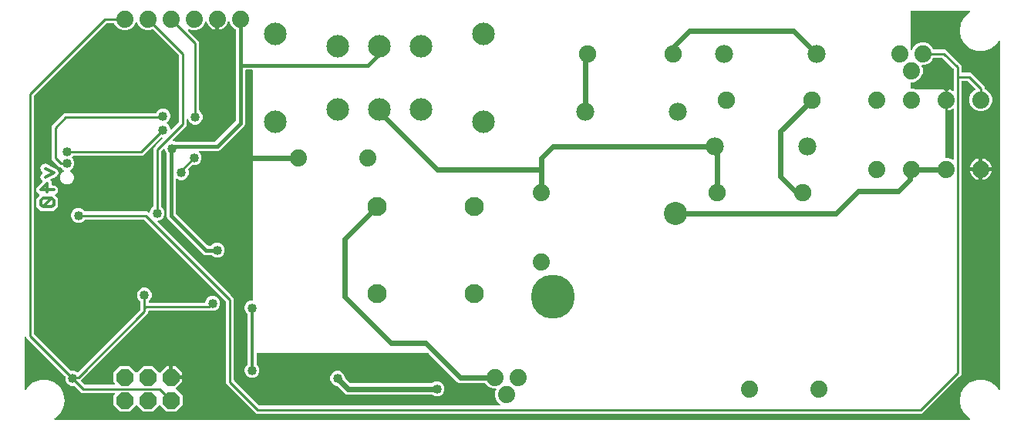
<source format=gbr>
G04 EAGLE Gerber RS-274X export*
G75*
%MOMM*%
%FSLAX34Y34*%
%LPD*%
%INBottom Copper*%
%IPPOS*%
%AMOC8*
5,1,8,0,0,1.08239X$1,22.5*%
G01*
%ADD10C,0.355600*%
%ADD11C,1.981200*%
%ADD12C,1.905000*%
%ADD13C,2.100000*%
%ADD14C,4.826000*%
%ADD15C,2.540000*%
%ADD16C,1.879600*%
%ADD17P,2.034460X8X22.500000*%
%ADD18C,2.475000*%
%ADD19C,0.406400*%
%ADD20C,0.381000*%
%ADD21C,1.016000*%
%ADD22C,0.609600*%
%ADD23C,0.254000*%

G36*
X102909Y42459D02*
X102909Y42459D01*
X102936Y42471D01*
X102965Y42476D01*
X103066Y42529D01*
X103169Y42575D01*
X103191Y42594D01*
X103217Y42607D01*
X103299Y42685D01*
X103386Y42758D01*
X103402Y42783D01*
X103423Y42803D01*
X103481Y42901D01*
X103543Y42995D01*
X103552Y43023D01*
X103567Y43048D01*
X103595Y43158D01*
X103629Y43266D01*
X103630Y43296D01*
X103637Y43324D01*
X103634Y43437D01*
X103636Y43550D01*
X103629Y43579D01*
X103628Y43608D01*
X103593Y43716D01*
X103565Y43825D01*
X103550Y43851D01*
X103541Y43879D01*
X103495Y43943D01*
X103419Y44070D01*
X103374Y44113D01*
X103346Y44152D01*
X101853Y45644D01*
X101853Y55956D01*
X109144Y63247D01*
X119456Y63247D01*
X126282Y56420D01*
X126329Y56385D01*
X126369Y56343D01*
X126442Y56300D01*
X126509Y56249D01*
X126564Y56229D01*
X126614Y56199D01*
X126696Y56178D01*
X126775Y56148D01*
X126833Y56143D01*
X126890Y56129D01*
X126974Y56132D01*
X127058Y56125D01*
X127116Y56136D01*
X127174Y56138D01*
X127254Y56164D01*
X127337Y56180D01*
X127389Y56207D01*
X127445Y56225D01*
X127501Y56265D01*
X127589Y56311D01*
X127662Y56380D01*
X127718Y56420D01*
X134544Y63247D01*
X144856Y63247D01*
X152041Y56061D01*
X152088Y56026D01*
X152128Y55983D01*
X152201Y55941D01*
X152268Y55890D01*
X152323Y55869D01*
X152374Y55840D01*
X152455Y55819D01*
X152534Y55789D01*
X152593Y55784D01*
X152649Y55770D01*
X152733Y55772D01*
X152817Y55765D01*
X152875Y55777D01*
X152933Y55779D01*
X153013Y55805D01*
X153096Y55821D01*
X153148Y55848D01*
X153204Y55866D01*
X153260Y55906D01*
X153349Y55952D01*
X153421Y56021D01*
X153477Y56061D01*
X160155Y62739D01*
X163069Y62739D01*
X163069Y51816D01*
X163077Y51758D01*
X163075Y51700D01*
X163097Y51618D01*
X163109Y51535D01*
X163133Y51481D01*
X163147Y51425D01*
X163190Y51352D01*
X163225Y51275D01*
X163263Y51231D01*
X163293Y51180D01*
X163354Y51123D01*
X163409Y51058D01*
X163457Y51026D01*
X163500Y50986D01*
X163575Y50947D01*
X163645Y50901D01*
X163701Y50883D01*
X163753Y50856D01*
X163821Y50845D01*
X163916Y50815D01*
X164016Y50812D01*
X164084Y50801D01*
X165101Y50801D01*
X165101Y49784D01*
X165109Y49726D01*
X165108Y49668D01*
X165129Y49586D01*
X165141Y49503D01*
X165165Y49449D01*
X165179Y49393D01*
X165222Y49320D01*
X165257Y49243D01*
X165295Y49198D01*
X165325Y49148D01*
X165386Y49090D01*
X165441Y49026D01*
X165489Y48994D01*
X165532Y48954D01*
X165607Y48915D01*
X165677Y48869D01*
X165733Y48851D01*
X165785Y48824D01*
X165853Y48813D01*
X165948Y48783D01*
X166048Y48780D01*
X166116Y48769D01*
X177039Y48769D01*
X177039Y45855D01*
X170361Y39177D01*
X170326Y39130D01*
X170283Y39090D01*
X170241Y39017D01*
X170190Y38950D01*
X170169Y38895D01*
X170140Y38845D01*
X170119Y38763D01*
X170089Y38684D01*
X170084Y38626D01*
X170070Y38569D01*
X170072Y38485D01*
X170065Y38401D01*
X170077Y38344D01*
X170079Y38285D01*
X170105Y38205D01*
X170121Y38122D01*
X170148Y38070D01*
X170166Y38015D01*
X170206Y37958D01*
X170252Y37870D01*
X170321Y37798D01*
X170361Y37741D01*
X177547Y30556D01*
X177547Y20244D01*
X170256Y12953D01*
X159944Y12953D01*
X153118Y19780D01*
X153071Y19815D01*
X153031Y19857D01*
X152958Y19900D01*
X152891Y19951D01*
X152836Y19971D01*
X152786Y20001D01*
X152704Y20022D01*
X152625Y20052D01*
X152567Y20057D01*
X152510Y20071D01*
X152426Y20068D01*
X152342Y20075D01*
X152284Y20064D01*
X152226Y20062D01*
X152146Y20036D01*
X152063Y20020D01*
X152011Y19993D01*
X151955Y19975D01*
X151899Y19935D01*
X151811Y19889D01*
X151738Y19820D01*
X151682Y19780D01*
X144856Y12953D01*
X134544Y12953D01*
X127718Y19780D01*
X127671Y19815D01*
X127631Y19857D01*
X127558Y19900D01*
X127491Y19951D01*
X127436Y19971D01*
X127386Y20001D01*
X127304Y20022D01*
X127225Y20052D01*
X127167Y20057D01*
X127110Y20071D01*
X127026Y20068D01*
X126942Y20075D01*
X126884Y20064D01*
X126826Y20062D01*
X126746Y20036D01*
X126663Y20020D01*
X126611Y19993D01*
X126555Y19975D01*
X126499Y19935D01*
X126411Y19889D01*
X126338Y19820D01*
X126282Y19780D01*
X119456Y12953D01*
X109144Y12953D01*
X101853Y20244D01*
X101853Y30556D01*
X103346Y32048D01*
X103363Y32072D01*
X103386Y32091D01*
X103449Y32185D01*
X103517Y32275D01*
X103527Y32303D01*
X103543Y32327D01*
X103578Y32435D01*
X103618Y32541D01*
X103620Y32570D01*
X103629Y32598D01*
X103632Y32712D01*
X103641Y32824D01*
X103636Y32853D01*
X103636Y32882D01*
X103608Y32992D01*
X103586Y33103D01*
X103572Y33129D01*
X103565Y33157D01*
X103507Y33255D01*
X103455Y33355D01*
X103434Y33377D01*
X103419Y33402D01*
X103337Y33479D01*
X103259Y33561D01*
X103233Y33576D01*
X103212Y33596D01*
X103111Y33648D01*
X103014Y33705D01*
X102985Y33712D01*
X102959Y33726D01*
X102882Y33739D01*
X102738Y33775D01*
X102676Y33773D01*
X102628Y33781D01*
X66791Y33781D01*
X59469Y41104D01*
X59399Y41156D01*
X59335Y41216D01*
X59286Y41242D01*
X59241Y41275D01*
X59160Y41306D01*
X59082Y41346D01*
X59034Y41354D01*
X58976Y41376D01*
X58828Y41388D01*
X58751Y41401D01*
X55533Y41401D01*
X52545Y42639D01*
X50259Y44925D01*
X49021Y47913D01*
X49021Y51131D01*
X49009Y51217D01*
X49006Y51305D01*
X48989Y51357D01*
X48981Y51412D01*
X48946Y51492D01*
X48919Y51575D01*
X48891Y51614D01*
X48865Y51671D01*
X48769Y51785D01*
X48724Y51848D01*
X5798Y94775D01*
X5774Y94792D01*
X5755Y94815D01*
X5661Y94877D01*
X5571Y94945D01*
X5543Y94956D01*
X5519Y94972D01*
X5411Y95006D01*
X5305Y95047D01*
X5276Y95049D01*
X5248Y95058D01*
X5134Y95061D01*
X5022Y95070D01*
X4993Y95064D01*
X4964Y95065D01*
X4854Y95037D01*
X4743Y95014D01*
X4717Y95001D01*
X4689Y94993D01*
X4591Y94936D01*
X4491Y94883D01*
X4469Y94863D01*
X4444Y94848D01*
X4367Y94766D01*
X4285Y94688D01*
X4270Y94662D01*
X4250Y94641D01*
X4198Y94540D01*
X4141Y94442D01*
X4134Y94414D01*
X4120Y94388D01*
X4107Y94310D01*
X4071Y94167D01*
X4073Y94104D01*
X4065Y94057D01*
X4065Y37449D01*
X4067Y37429D01*
X4065Y37410D01*
X4087Y37289D01*
X4105Y37167D01*
X4113Y37149D01*
X4116Y37130D01*
X4171Y37020D01*
X4221Y36908D01*
X4233Y36893D01*
X4242Y36875D01*
X4325Y36784D01*
X4404Y36691D01*
X4421Y36680D01*
X4434Y36665D01*
X4539Y36601D01*
X4641Y36533D01*
X4660Y36527D01*
X4676Y36517D01*
X4795Y36484D01*
X4912Y36447D01*
X4932Y36447D01*
X4951Y36442D01*
X5073Y36443D01*
X5196Y36440D01*
X5215Y36445D01*
X5235Y36445D01*
X5353Y36481D01*
X5471Y36512D01*
X5488Y36522D01*
X5507Y36528D01*
X5610Y36594D01*
X5716Y36657D01*
X5729Y36671D01*
X5746Y36682D01*
X5792Y36739D01*
X5910Y36864D01*
X5934Y36910D01*
X5959Y36941D01*
X7815Y40156D01*
X13922Y45280D01*
X21414Y48007D01*
X29386Y48007D01*
X36878Y45280D01*
X42985Y40156D01*
X46971Y33251D01*
X48355Y25400D01*
X46971Y17549D01*
X42985Y10645D01*
X37280Y5858D01*
X37231Y5803D01*
X37175Y5755D01*
X37136Y5698D01*
X37090Y5646D01*
X37058Y5580D01*
X37017Y5519D01*
X36996Y5453D01*
X36966Y5390D01*
X36954Y5318D01*
X36932Y5248D01*
X36930Y5179D01*
X36918Y5110D01*
X36926Y5037D01*
X36924Y4964D01*
X36942Y4897D01*
X36949Y4828D01*
X36977Y4760D01*
X36996Y4689D01*
X37031Y4629D01*
X37058Y4565D01*
X37104Y4507D01*
X37141Y4444D01*
X37192Y4397D01*
X37235Y4343D01*
X37295Y4300D01*
X37349Y4250D01*
X37410Y4218D01*
X37467Y4178D01*
X37536Y4154D01*
X37602Y4120D01*
X37660Y4110D01*
X37735Y4084D01*
X37857Y4077D01*
X37933Y4065D01*
X1041567Y4065D01*
X1041640Y4075D01*
X1041714Y4075D01*
X1041780Y4095D01*
X1041849Y4105D01*
X1041916Y4135D01*
X1041986Y4155D01*
X1042045Y4192D01*
X1042108Y4221D01*
X1042164Y4268D01*
X1042226Y4308D01*
X1042272Y4360D01*
X1042325Y4404D01*
X1042366Y4466D01*
X1042415Y4521D01*
X1042444Y4583D01*
X1042483Y4641D01*
X1042505Y4711D01*
X1042536Y4778D01*
X1042548Y4846D01*
X1042568Y4912D01*
X1042570Y4986D01*
X1042582Y5058D01*
X1042574Y5127D01*
X1042576Y5196D01*
X1042557Y5267D01*
X1042548Y5341D01*
X1042521Y5404D01*
X1042504Y5471D01*
X1042466Y5535D01*
X1042438Y5602D01*
X1042399Y5647D01*
X1042359Y5716D01*
X1042269Y5800D01*
X1042220Y5858D01*
X1036515Y10644D01*
X1032529Y17549D01*
X1031145Y25400D01*
X1032529Y33251D01*
X1036515Y40155D01*
X1042622Y45280D01*
X1050114Y48007D01*
X1058086Y48007D01*
X1065578Y45280D01*
X1071685Y40156D01*
X1073541Y36941D01*
X1073553Y36926D01*
X1073561Y36908D01*
X1073640Y36814D01*
X1073716Y36717D01*
X1073732Y36706D01*
X1073745Y36691D01*
X1073847Y36623D01*
X1073946Y36551D01*
X1073965Y36544D01*
X1073981Y36533D01*
X1074098Y36496D01*
X1074214Y36454D01*
X1074234Y36453D01*
X1074252Y36447D01*
X1074375Y36444D01*
X1074498Y36436D01*
X1074517Y36441D01*
X1074536Y36440D01*
X1074655Y36471D01*
X1074775Y36498D01*
X1074793Y36507D01*
X1074811Y36512D01*
X1074917Y36574D01*
X1075025Y36633D01*
X1075039Y36647D01*
X1075056Y36657D01*
X1075140Y36747D01*
X1075227Y36833D01*
X1075237Y36850D01*
X1075250Y36864D01*
X1075306Y36974D01*
X1075366Y37081D01*
X1075371Y37100D01*
X1075380Y37118D01*
X1075392Y37190D01*
X1075431Y37358D01*
X1075429Y37409D01*
X1075435Y37449D01*
X1075435Y419751D01*
X1075433Y419771D01*
X1075435Y419790D01*
X1075413Y419911D01*
X1075395Y420033D01*
X1075387Y420051D01*
X1075384Y420070D01*
X1075329Y420180D01*
X1075279Y420292D01*
X1075267Y420307D01*
X1075258Y420325D01*
X1075175Y420416D01*
X1075096Y420509D01*
X1075079Y420520D01*
X1075066Y420535D01*
X1074961Y420599D01*
X1074859Y420667D01*
X1074840Y420673D01*
X1074824Y420683D01*
X1074705Y420716D01*
X1074588Y420753D01*
X1074568Y420753D01*
X1074549Y420758D01*
X1074427Y420757D01*
X1074304Y420760D01*
X1074285Y420755D01*
X1074265Y420755D01*
X1074147Y420719D01*
X1074029Y420688D01*
X1074012Y420678D01*
X1073993Y420672D01*
X1073890Y420606D01*
X1073784Y420543D01*
X1073771Y420529D01*
X1073754Y420518D01*
X1073708Y420461D01*
X1073590Y420336D01*
X1073566Y420290D01*
X1073541Y420259D01*
X1071685Y417044D01*
X1065578Y411920D01*
X1058086Y409193D01*
X1050114Y409193D01*
X1042622Y411920D01*
X1036515Y417044D01*
X1032529Y423949D01*
X1031145Y431800D01*
X1032529Y439651D01*
X1036515Y446555D01*
X1042220Y451342D01*
X1042269Y451397D01*
X1042325Y451445D01*
X1042364Y451502D01*
X1042410Y451554D01*
X1042442Y451620D01*
X1042483Y451681D01*
X1042504Y451747D01*
X1042534Y451810D01*
X1042546Y451882D01*
X1042568Y451952D01*
X1042570Y452021D01*
X1042582Y452090D01*
X1042574Y452163D01*
X1042576Y452236D01*
X1042558Y452303D01*
X1042551Y452372D01*
X1042523Y452440D01*
X1042504Y452511D01*
X1042469Y452571D01*
X1042442Y452635D01*
X1042396Y452693D01*
X1042359Y452756D01*
X1042308Y452803D01*
X1042265Y452857D01*
X1042205Y452900D01*
X1042151Y452950D01*
X1042090Y452982D01*
X1042033Y453022D01*
X1041964Y453046D01*
X1041898Y453080D01*
X1041840Y453090D01*
X1041765Y453116D01*
X1041643Y453123D01*
X1041567Y453135D01*
X977900Y453135D01*
X977842Y453127D01*
X977784Y453129D01*
X977702Y453107D01*
X977619Y453095D01*
X977565Y453072D01*
X977509Y453057D01*
X977436Y453014D01*
X977359Y452979D01*
X977314Y452941D01*
X977264Y452912D01*
X977206Y452850D01*
X977142Y452796D01*
X977110Y452747D01*
X977070Y452704D01*
X977031Y452629D01*
X976985Y452559D01*
X976967Y452503D01*
X976940Y452451D01*
X976929Y452383D01*
X976899Y452288D01*
X976896Y452188D01*
X976885Y452120D01*
X976885Y410917D01*
X976897Y410832D01*
X976899Y410746D01*
X976917Y410692D01*
X976925Y410636D01*
X976960Y410557D01*
X976986Y410476D01*
X977018Y410428D01*
X977041Y410376D01*
X977096Y410311D01*
X977144Y410239D01*
X977188Y410203D01*
X977225Y410159D01*
X977296Y410112D01*
X977362Y410056D01*
X977414Y410033D01*
X977461Y410002D01*
X977543Y409976D01*
X977622Y409941D01*
X977678Y409933D01*
X977732Y409916D01*
X977818Y409914D01*
X977903Y409902D01*
X977959Y409910D01*
X978016Y409909D01*
X978099Y409930D01*
X978185Y409943D01*
X978236Y409966D01*
X978291Y409981D01*
X978365Y410024D01*
X978444Y410060D01*
X978487Y410097D01*
X978536Y410126D01*
X978595Y410188D01*
X978660Y410244D01*
X978686Y410286D01*
X978730Y410333D01*
X978796Y410462D01*
X978838Y410529D01*
X980048Y413451D01*
X983549Y416952D01*
X988124Y418847D01*
X993076Y418847D01*
X997651Y416952D01*
X1001152Y413451D01*
X1002024Y411345D01*
X1002025Y411344D01*
X1002025Y411343D01*
X1002095Y411224D01*
X1002168Y411101D01*
X1002169Y411100D01*
X1002170Y411098D01*
X1002274Y411001D01*
X1002375Y410905D01*
X1002376Y410905D01*
X1002378Y410904D01*
X1002503Y410839D01*
X1002628Y410775D01*
X1002629Y410775D01*
X1002631Y410774D01*
X1002646Y410772D01*
X1002907Y410720D01*
X1002937Y410723D01*
X1002962Y410719D01*
X1015389Y410719D01*
X1018216Y407892D01*
X1030192Y395916D01*
X1033019Y393089D01*
X1033019Y386334D01*
X1033027Y386276D01*
X1033025Y386218D01*
X1033047Y386136D01*
X1033059Y386052D01*
X1033082Y385999D01*
X1033097Y385943D01*
X1033140Y385870D01*
X1033175Y385793D01*
X1033213Y385748D01*
X1033242Y385698D01*
X1033304Y385640D01*
X1033358Y385576D01*
X1033407Y385544D01*
X1033450Y385504D01*
X1033525Y385465D01*
X1033595Y385418D01*
X1033651Y385401D01*
X1033703Y385374D01*
X1033771Y385363D01*
X1033866Y385333D01*
X1033966Y385330D01*
X1034034Y385319D01*
X1043189Y385319D01*
X1058419Y370089D01*
X1058419Y367962D01*
X1058419Y367960D01*
X1058419Y367959D01*
X1058439Y367819D01*
X1058459Y367680D01*
X1058459Y367679D01*
X1058459Y367677D01*
X1058516Y367551D01*
X1058575Y367421D01*
X1058576Y367420D01*
X1058577Y367418D01*
X1058668Y367311D01*
X1058758Y367204D01*
X1058760Y367203D01*
X1058761Y367202D01*
X1058774Y367194D01*
X1058995Y367046D01*
X1059024Y367037D01*
X1059045Y367024D01*
X1061151Y366152D01*
X1064652Y362651D01*
X1066547Y358076D01*
X1066547Y353124D01*
X1064652Y348549D01*
X1061151Y345048D01*
X1056576Y343153D01*
X1051624Y343153D01*
X1047049Y345048D01*
X1043548Y348549D01*
X1041653Y353124D01*
X1041653Y358076D01*
X1043548Y362651D01*
X1047049Y366152D01*
X1047831Y366476D01*
X1047930Y366534D01*
X1048032Y366587D01*
X1048052Y366606D01*
X1048076Y366620D01*
X1048155Y366704D01*
X1048238Y366783D01*
X1048252Y366807D01*
X1048271Y366827D01*
X1048324Y366929D01*
X1048382Y367028D01*
X1048389Y367055D01*
X1048402Y367080D01*
X1048424Y367192D01*
X1048452Y367304D01*
X1048451Y367331D01*
X1048457Y367359D01*
X1048447Y367473D01*
X1048443Y367588D01*
X1048435Y367614D01*
X1048432Y367642D01*
X1048391Y367749D01*
X1048356Y367858D01*
X1048341Y367879D01*
X1048330Y367907D01*
X1048169Y368119D01*
X1048161Y368132D01*
X1039908Y376384D01*
X1039839Y376436D01*
X1039775Y376496D01*
X1039725Y376522D01*
X1039681Y376555D01*
X1039600Y376586D01*
X1039522Y376626D01*
X1039474Y376634D01*
X1039416Y376656D01*
X1039268Y376668D01*
X1039191Y376681D01*
X1034034Y376681D01*
X1033976Y376673D01*
X1033918Y376675D01*
X1033836Y376653D01*
X1033752Y376641D01*
X1033699Y376618D01*
X1033643Y376603D01*
X1033570Y376560D01*
X1033493Y376525D01*
X1033448Y376487D01*
X1033398Y376458D01*
X1033340Y376396D01*
X1033276Y376342D01*
X1033244Y376293D01*
X1033204Y376250D01*
X1033165Y376175D01*
X1033118Y376105D01*
X1033101Y376049D01*
X1033074Y375997D01*
X1033063Y375929D01*
X1033033Y375834D01*
X1033030Y375734D01*
X1033019Y375666D01*
X1033019Y54091D01*
X1030192Y51264D01*
X992676Y13748D01*
X989849Y10921D01*
X258561Y10921D01*
X254718Y14764D01*
X228378Y41104D01*
X225551Y43931D01*
X225551Y133681D01*
X225539Y133767D01*
X225536Y133855D01*
X225519Y133907D01*
X225511Y133962D01*
X225476Y134042D01*
X225449Y134125D01*
X225421Y134164D01*
X225395Y134221D01*
X225299Y134335D01*
X225254Y134398D01*
X135668Y223984D01*
X135599Y224036D01*
X135535Y224096D01*
X135485Y224122D01*
X135441Y224155D01*
X135360Y224186D01*
X135282Y224226D01*
X135234Y224234D01*
X135176Y224256D01*
X135028Y224268D01*
X134951Y224281D01*
X71098Y224281D01*
X71011Y224269D01*
X70924Y224266D01*
X70871Y224249D01*
X70816Y224241D01*
X70736Y224206D01*
X70653Y224179D01*
X70614Y224151D01*
X70557Y224125D01*
X70443Y224029D01*
X70380Y223984D01*
X68105Y221709D01*
X65117Y220471D01*
X61883Y220471D01*
X58895Y221709D01*
X56609Y223995D01*
X55371Y226983D01*
X55371Y230217D01*
X56609Y233205D01*
X58895Y235491D01*
X61883Y236729D01*
X65117Y236729D01*
X68105Y235491D01*
X70380Y233216D01*
X70449Y233164D01*
X70513Y233104D01*
X70563Y233078D01*
X70607Y233045D01*
X70689Y233014D01*
X70767Y232974D01*
X70814Y232966D01*
X70873Y232944D01*
X71020Y232932D01*
X71098Y232919D01*
X138949Y232919D01*
X139998Y231869D01*
X140022Y231852D01*
X140041Y231829D01*
X140135Y231767D01*
X140225Y231699D01*
X140253Y231688D01*
X140277Y231672D01*
X140385Y231638D01*
X140491Y231597D01*
X140520Y231595D01*
X140548Y231586D01*
X140662Y231583D01*
X140774Y231574D01*
X140803Y231580D01*
X140832Y231579D01*
X140942Y231607D01*
X141053Y231630D01*
X141079Y231643D01*
X141107Y231651D01*
X141205Y231708D01*
X141305Y231761D01*
X141327Y231781D01*
X141352Y231796D01*
X141429Y231878D01*
X141511Y231956D01*
X141526Y231982D01*
X141546Y232003D01*
X141598Y232104D01*
X141655Y232202D01*
X141662Y232230D01*
X141676Y232256D01*
X141689Y232334D01*
X141725Y232477D01*
X141723Y232540D01*
X141731Y232587D01*
X141731Y232757D01*
X142969Y235745D01*
X145244Y238020D01*
X145296Y238089D01*
X145356Y238153D01*
X145382Y238203D01*
X145415Y238247D01*
X145446Y238329D01*
X145486Y238407D01*
X145494Y238454D01*
X145516Y238513D01*
X145528Y238660D01*
X145541Y238738D01*
X145541Y302779D01*
X148368Y305606D01*
X155481Y312718D01*
X155498Y312742D01*
X155521Y312761D01*
X155583Y312855D01*
X155651Y312945D01*
X155662Y312973D01*
X155678Y312997D01*
X155712Y313105D01*
X155753Y313211D01*
X155755Y313240D01*
X155764Y313268D01*
X155767Y313382D01*
X155776Y313494D01*
X155770Y313523D01*
X155771Y313552D01*
X155743Y313662D01*
X155720Y313773D01*
X155707Y313799D01*
X155699Y313827D01*
X155642Y313925D01*
X155589Y314025D01*
X155569Y314047D01*
X155554Y314072D01*
X155472Y314149D01*
X155394Y314231D01*
X155368Y314246D01*
X155347Y314266D01*
X155246Y314318D01*
X155148Y314375D01*
X155120Y314382D01*
X155094Y314396D01*
X155016Y314409D01*
X154873Y314445D01*
X154810Y314443D01*
X154763Y314451D01*
X154609Y314451D01*
X154523Y314439D01*
X154435Y314436D01*
X154383Y314419D01*
X154328Y314411D01*
X154248Y314376D01*
X154165Y314349D01*
X154126Y314321D01*
X154069Y314295D01*
X153955Y314199D01*
X153892Y314154D01*
X133869Y294131D01*
X58398Y294131D01*
X58311Y294119D01*
X58224Y294116D01*
X58171Y294099D01*
X58116Y294091D01*
X58036Y294056D01*
X57953Y294029D01*
X57914Y294001D01*
X57857Y293975D01*
X57744Y293879D01*
X57680Y293834D01*
X56664Y292818D01*
X56629Y292771D01*
X56586Y292731D01*
X56543Y292658D01*
X56493Y292591D01*
X56472Y292536D01*
X56442Y292486D01*
X56422Y292404D01*
X56392Y292325D01*
X56387Y292267D01*
X56372Y292210D01*
X56375Y292126D01*
X56368Y292042D01*
X56379Y291984D01*
X56381Y291926D01*
X56407Y291846D01*
X56424Y291763D01*
X56451Y291711D01*
X56469Y291655D01*
X56509Y291599D01*
X56555Y291511D01*
X56624Y291438D01*
X56664Y291382D01*
X57691Y290355D01*
X58929Y287367D01*
X58929Y284133D01*
X57691Y281145D01*
X55405Y278859D01*
X54657Y278549D01*
X54632Y278534D01*
X54604Y278525D01*
X54510Y278462D01*
X54412Y278405D01*
X54392Y278383D01*
X54367Y278367D01*
X54295Y278280D01*
X54217Y278198D01*
X54203Y278172D01*
X54184Y278149D01*
X54139Y278046D01*
X54087Y277945D01*
X54081Y277916D01*
X54069Y277890D01*
X54054Y277777D01*
X54032Y277666D01*
X54034Y277637D01*
X54030Y277608D01*
X54046Y277496D01*
X54056Y277383D01*
X54067Y277356D01*
X54071Y277327D01*
X54117Y277224D01*
X54158Y277118D01*
X54176Y277094D01*
X54188Y277068D01*
X54261Y276981D01*
X54330Y276891D01*
X54353Y276873D01*
X54372Y276851D01*
X54439Y276810D01*
X54557Y276721D01*
X54616Y276699D01*
X54657Y276673D01*
X55076Y276499D01*
X57199Y274376D01*
X58349Y271602D01*
X58349Y268598D01*
X57199Y265824D01*
X55076Y263701D01*
X52302Y262551D01*
X49298Y262551D01*
X46524Y263701D01*
X44401Y265824D01*
X43251Y268598D01*
X43251Y271602D01*
X44401Y274376D01*
X46524Y276499D01*
X46943Y276673D01*
X46968Y276688D01*
X46996Y276697D01*
X47090Y276760D01*
X47188Y276818D01*
X47208Y276839D01*
X47233Y276855D01*
X47305Y276942D01*
X47383Y277024D01*
X47397Y277050D01*
X47416Y277073D01*
X47462Y277176D01*
X47513Y277277D01*
X47519Y277306D01*
X47531Y277333D01*
X47546Y277445D01*
X47568Y277556D01*
X47566Y277585D01*
X47570Y277614D01*
X47554Y277726D01*
X47544Y277839D01*
X47533Y277867D01*
X47529Y277896D01*
X47483Y277999D01*
X47442Y278105D01*
X47424Y278128D01*
X47412Y278155D01*
X47339Y278241D01*
X47270Y278331D01*
X47247Y278349D01*
X47228Y278371D01*
X47161Y278413D01*
X47043Y278501D01*
X46984Y278523D01*
X46943Y278549D01*
X46195Y278859D01*
X43920Y281134D01*
X43851Y281186D01*
X43787Y281246D01*
X43737Y281272D01*
X43693Y281305D01*
X43611Y281336D01*
X43533Y281376D01*
X43486Y281384D01*
X43427Y281406D01*
X43280Y281418D01*
X43202Y281431D01*
X42661Y281431D01*
X33781Y290311D01*
X33781Y326909D01*
X47741Y340869D01*
X147996Y340869D01*
X147998Y340869D01*
X147999Y340869D01*
X148139Y340889D01*
X148277Y340909D01*
X148279Y340909D01*
X148280Y340909D01*
X148406Y340966D01*
X148537Y341025D01*
X148538Y341026D01*
X148540Y341027D01*
X148647Y341118D01*
X148754Y341208D01*
X148755Y341210D01*
X148756Y341211D01*
X148764Y341224D01*
X148911Y341445D01*
X148921Y341474D01*
X148934Y341495D01*
X149319Y342425D01*
X151605Y344711D01*
X154593Y345949D01*
X157827Y345949D01*
X160815Y344711D01*
X163101Y342425D01*
X164339Y339437D01*
X164339Y336203D01*
X163101Y333215D01*
X160804Y330918D01*
X160769Y330871D01*
X160726Y330831D01*
X160683Y330758D01*
X160633Y330691D01*
X160612Y330636D01*
X160582Y330586D01*
X160562Y330504D01*
X160532Y330425D01*
X160527Y330367D01*
X160512Y330310D01*
X160515Y330226D01*
X160508Y330142D01*
X160519Y330084D01*
X160521Y330026D01*
X160547Y329946D01*
X160564Y329863D01*
X160591Y329811D01*
X160609Y329755D01*
X160649Y329699D01*
X160695Y329611D01*
X160764Y329538D01*
X160804Y329482D01*
X163101Y327185D01*
X164339Y324197D01*
X164339Y324027D01*
X164343Y323998D01*
X164340Y323969D01*
X164363Y323858D01*
X164379Y323746D01*
X164391Y323719D01*
X164396Y323690D01*
X164448Y323590D01*
X164495Y323486D01*
X164514Y323464D01*
X164527Y323438D01*
X164605Y323356D01*
X164678Y323269D01*
X164703Y323253D01*
X164723Y323232D01*
X164821Y323175D01*
X164915Y323112D01*
X164943Y323103D01*
X164968Y323088D01*
X165078Y323060D01*
X165186Y323026D01*
X165216Y323025D01*
X165244Y323018D01*
X165357Y323022D01*
X165470Y323019D01*
X165499Y323026D01*
X165528Y323027D01*
X165636Y323062D01*
X165745Y323091D01*
X165771Y323106D01*
X165799Y323115D01*
X165862Y323160D01*
X165990Y323236D01*
X166033Y323282D01*
X166072Y323309D01*
X173184Y330422D01*
X173236Y330491D01*
X173296Y330555D01*
X173322Y330605D01*
X173355Y330649D01*
X173386Y330730D01*
X173426Y330808D01*
X173434Y330856D01*
X173456Y330914D01*
X173468Y331062D01*
X173481Y331139D01*
X173481Y404191D01*
X173469Y404277D01*
X173466Y404365D01*
X173449Y404417D01*
X173441Y404472D01*
X173406Y404552D01*
X173379Y404635D01*
X173351Y404674D01*
X173325Y404731D01*
X173229Y404845D01*
X173184Y404908D01*
X145387Y432705D01*
X145386Y432706D01*
X145385Y432707D01*
X145274Y432790D01*
X145160Y432876D01*
X145159Y432877D01*
X145157Y432878D01*
X145025Y432927D01*
X144894Y432977D01*
X144893Y432977D01*
X144891Y432978D01*
X144747Y432990D01*
X144611Y433001D01*
X144610Y433001D01*
X144608Y433001D01*
X144592Y432997D01*
X144332Y432945D01*
X144305Y432931D01*
X144281Y432925D01*
X142176Y432053D01*
X137224Y432053D01*
X132649Y433948D01*
X129148Y437449D01*
X127938Y440371D01*
X127923Y440396D01*
X127914Y440424D01*
X127851Y440519D01*
X127793Y440616D01*
X127772Y440636D01*
X127756Y440661D01*
X127669Y440733D01*
X127587Y440811D01*
X127561Y440825D01*
X127538Y440843D01*
X127435Y440889D01*
X127334Y440941D01*
X127305Y440947D01*
X127278Y440959D01*
X127166Y440975D01*
X127055Y440996D01*
X127026Y440994D01*
X126997Y440998D01*
X126885Y440982D01*
X126772Y440972D01*
X126745Y440961D01*
X126716Y440957D01*
X126612Y440911D01*
X126507Y440870D01*
X126483Y440852D01*
X126456Y440840D01*
X126370Y440767D01*
X126280Y440698D01*
X126262Y440675D01*
X126240Y440656D01*
X126198Y440589D01*
X126110Y440471D01*
X126088Y440412D01*
X126062Y440371D01*
X124852Y437449D01*
X121351Y433948D01*
X116776Y432053D01*
X111824Y432053D01*
X107249Y433948D01*
X103748Y437449D01*
X102876Y439555D01*
X102875Y439556D01*
X102875Y439557D01*
X102805Y439676D01*
X102732Y439799D01*
X102731Y439800D01*
X102730Y439802D01*
X102626Y439899D01*
X102525Y439995D01*
X102524Y439995D01*
X102522Y439996D01*
X102397Y440061D01*
X102272Y440125D01*
X102271Y440125D01*
X102269Y440126D01*
X102254Y440128D01*
X101993Y440180D01*
X101963Y440177D01*
X101938Y440181D01*
X94919Y440181D01*
X94833Y440169D01*
X94745Y440166D01*
X94693Y440149D01*
X94638Y440141D01*
X94558Y440106D01*
X94475Y440079D01*
X94436Y440051D01*
X94378Y440025D01*
X94265Y439929D01*
X94202Y439884D01*
X14776Y360458D01*
X14724Y360389D01*
X14664Y360325D01*
X14638Y360275D01*
X14605Y360231D01*
X14574Y360150D01*
X14534Y360072D01*
X14526Y360024D01*
X14504Y359966D01*
X14492Y359818D01*
X14479Y359741D01*
X14479Y98729D01*
X14491Y98643D01*
X14494Y98555D01*
X14511Y98503D01*
X14519Y98448D01*
X14554Y98368D01*
X14581Y98285D01*
X14609Y98246D01*
X14635Y98189D01*
X14731Y98075D01*
X14776Y98012D01*
X54832Y57956D01*
X54901Y57904D01*
X54965Y57844D01*
X55015Y57818D01*
X55059Y57785D01*
X55140Y57754D01*
X55218Y57714D01*
X55266Y57706D01*
X55324Y57684D01*
X55472Y57672D01*
X55549Y57659D01*
X58767Y57659D01*
X61813Y56397D01*
X61826Y56389D01*
X61893Y56339D01*
X61948Y56318D01*
X61998Y56288D01*
X62080Y56268D01*
X62159Y56238D01*
X62217Y56233D01*
X62274Y56218D01*
X62358Y56221D01*
X62442Y56214D01*
X62500Y56225D01*
X62558Y56227D01*
X62638Y56253D01*
X62721Y56270D01*
X62773Y56297D01*
X62829Y56315D01*
X62885Y56355D01*
X62973Y56401D01*
X63046Y56470D01*
X63102Y56510D01*
X131274Y124682D01*
X131326Y124751D01*
X131386Y124815D01*
X131412Y124865D01*
X131445Y124909D01*
X131476Y124990D01*
X131516Y125068D01*
X131524Y125116D01*
X131546Y125174D01*
X131558Y125322D01*
X131571Y125399D01*
X131571Y133372D01*
X131559Y133459D01*
X131556Y133546D01*
X131539Y133599D01*
X131531Y133654D01*
X131496Y133734D01*
X131469Y133817D01*
X131441Y133856D01*
X131415Y133913D01*
X131319Y134027D01*
X131274Y134090D01*
X128999Y136365D01*
X127761Y139353D01*
X127761Y142587D01*
X128999Y145575D01*
X131285Y147861D01*
X134273Y149099D01*
X137507Y149099D01*
X140495Y147861D01*
X142781Y145575D01*
X144019Y142587D01*
X144019Y139353D01*
X142781Y136365D01*
X140738Y134322D01*
X140720Y134298D01*
X140698Y134279D01*
X140635Y134185D01*
X140567Y134095D01*
X140556Y134067D01*
X140540Y134043D01*
X140506Y133935D01*
X140466Y133829D01*
X140463Y133800D01*
X140454Y133772D01*
X140451Y133658D01*
X140442Y133546D01*
X140448Y133517D01*
X140447Y133488D01*
X140476Y133378D01*
X140498Y133267D01*
X140511Y133241D01*
X140519Y133213D01*
X140577Y133115D01*
X140629Y133015D01*
X140649Y132993D01*
X140664Y132968D01*
X140747Y132891D01*
X140825Y132809D01*
X140850Y132794D01*
X140871Y132774D01*
X140972Y132722D01*
X141070Y132665D01*
X141098Y132658D01*
X141124Y132644D01*
X141202Y132631D01*
X141345Y132595D01*
X141408Y132597D01*
X141456Y132589D01*
X201676Y132589D01*
X201734Y132597D01*
X201792Y132595D01*
X201874Y132617D01*
X201958Y132629D01*
X202011Y132652D01*
X202067Y132667D01*
X202140Y132710D01*
X202217Y132745D01*
X202262Y132783D01*
X202312Y132812D01*
X202370Y132874D01*
X202434Y132928D01*
X202466Y132977D01*
X202506Y133020D01*
X202545Y133095D01*
X202592Y133165D01*
X202609Y133221D01*
X202636Y133273D01*
X202647Y133341D01*
X202677Y133436D01*
X202680Y133536D01*
X202691Y133604D01*
X202691Y133697D01*
X203929Y136685D01*
X206215Y138971D01*
X209203Y140209D01*
X212437Y140209D01*
X215425Y138971D01*
X217711Y136685D01*
X218949Y133697D01*
X218949Y130463D01*
X217711Y127475D01*
X215425Y125189D01*
X212437Y123951D01*
X141224Y123951D01*
X141166Y123943D01*
X141108Y123945D01*
X141026Y123923D01*
X140942Y123911D01*
X140889Y123888D01*
X140833Y123873D01*
X140760Y123830D01*
X140683Y123795D01*
X140638Y123757D01*
X140588Y123728D01*
X140530Y123666D01*
X140466Y123612D01*
X140434Y123563D01*
X140394Y123520D01*
X140355Y123445D01*
X140308Y123375D01*
X140291Y123319D01*
X140264Y123267D01*
X140253Y123199D01*
X140223Y123104D01*
X140220Y123004D01*
X140209Y122936D01*
X140209Y121401D01*
X95726Y76918D01*
X68116Y49308D01*
X66516Y47708D01*
X66480Y47661D01*
X66438Y47621D01*
X66395Y47548D01*
X66345Y47481D01*
X66324Y47426D01*
X66294Y47376D01*
X66273Y47294D01*
X66243Y47215D01*
X66239Y47157D01*
X66224Y47100D01*
X66227Y47016D01*
X66220Y46932D01*
X66231Y46874D01*
X66233Y46816D01*
X66259Y46736D01*
X66276Y46653D01*
X66303Y46601D01*
X66321Y46545D01*
X66361Y46489D01*
X66407Y46401D01*
X66475Y46328D01*
X66516Y46272D01*
X70072Y42716D01*
X70141Y42664D01*
X70205Y42604D01*
X70255Y42578D01*
X70299Y42545D01*
X70380Y42514D01*
X70458Y42474D01*
X70506Y42466D01*
X70564Y42444D01*
X70712Y42432D01*
X70789Y42419D01*
X102628Y42419D01*
X102657Y42423D01*
X102686Y42420D01*
X102797Y42443D01*
X102909Y42459D01*
G37*
G36*
X525567Y19563D02*
X525567Y19563D01*
X525596Y19560D01*
X525707Y19583D01*
X525819Y19599D01*
X525846Y19611D01*
X525875Y19616D01*
X525975Y19668D01*
X526079Y19715D01*
X526101Y19734D01*
X526127Y19747D01*
X526209Y19825D01*
X526296Y19898D01*
X526312Y19923D01*
X526333Y19943D01*
X526391Y20041D01*
X526453Y20135D01*
X526462Y20163D01*
X526477Y20188D01*
X526505Y20298D01*
X526539Y20406D01*
X526540Y20436D01*
X526547Y20464D01*
X526544Y20577D01*
X526546Y20690D01*
X526539Y20719D01*
X526538Y20748D01*
X526503Y20856D01*
X526475Y20965D01*
X526460Y20991D01*
X526451Y21019D01*
X526405Y21082D01*
X526329Y21210D01*
X526284Y21253D01*
X526256Y21292D01*
X522848Y24699D01*
X520953Y29274D01*
X520953Y34226D01*
X522081Y36949D01*
X522110Y37061D01*
X522145Y37170D01*
X522146Y37198D01*
X522152Y37225D01*
X522149Y37339D01*
X522152Y37454D01*
X522145Y37481D01*
X522144Y37509D01*
X522109Y37618D01*
X522080Y37729D01*
X522066Y37753D01*
X522058Y37780D01*
X521994Y37875D01*
X521935Y37974D01*
X521915Y37993D01*
X521899Y38016D01*
X521812Y38090D01*
X521728Y38168D01*
X521703Y38181D01*
X521682Y38199D01*
X521577Y38245D01*
X521475Y38298D01*
X521450Y38302D01*
X521422Y38314D01*
X521158Y38351D01*
X521144Y38353D01*
X518224Y38353D01*
X513649Y40248D01*
X510148Y43749D01*
X510013Y44077D01*
X510012Y44078D01*
X510011Y44079D01*
X509942Y44197D01*
X509868Y44321D01*
X509867Y44322D01*
X509866Y44324D01*
X509762Y44421D01*
X509661Y44517D01*
X509660Y44517D01*
X509659Y44518D01*
X509533Y44583D01*
X509409Y44647D01*
X509407Y44647D01*
X509406Y44648D01*
X509391Y44650D01*
X509130Y44702D01*
X509099Y44699D01*
X509075Y44703D01*
X481387Y44703D01*
X479146Y45631D01*
X447860Y76918D01*
X447790Y76970D01*
X447726Y77030D01*
X447677Y77056D01*
X447633Y77089D01*
X447551Y77120D01*
X447473Y77160D01*
X447426Y77168D01*
X447367Y77190D01*
X447219Y77202D01*
X447142Y77215D01*
X259842Y77215D01*
X259784Y77207D01*
X259726Y77209D01*
X259644Y77187D01*
X259560Y77175D01*
X259507Y77152D01*
X259451Y77137D01*
X259378Y77094D01*
X259301Y77059D01*
X259256Y77021D01*
X259206Y76992D01*
X259148Y76930D01*
X259084Y76876D01*
X259052Y76827D01*
X259012Y76784D01*
X258973Y76709D01*
X258926Y76639D01*
X258909Y76583D01*
X258882Y76531D01*
X258871Y76463D01*
X258841Y76368D01*
X258838Y76268D01*
X258827Y76200D01*
X258827Y65510D01*
X258839Y65423D01*
X258842Y65336D01*
X258859Y65283D01*
X258867Y65228D01*
X258902Y65148D01*
X258929Y65065D01*
X258957Y65026D01*
X258983Y64969D01*
X259079Y64855D01*
X259124Y64792D01*
X260891Y63025D01*
X262129Y60037D01*
X262129Y56803D01*
X260891Y53815D01*
X258605Y51529D01*
X255617Y50291D01*
X252383Y50291D01*
X249395Y51529D01*
X247109Y53815D01*
X245871Y56803D01*
X245871Y60037D01*
X247109Y63025D01*
X248876Y64792D01*
X248928Y64861D01*
X248988Y64925D01*
X249014Y64975D01*
X249047Y65019D01*
X249078Y65101D01*
X249118Y65179D01*
X249126Y65226D01*
X249148Y65285D01*
X249160Y65432D01*
X249173Y65510D01*
X249173Y119910D01*
X249161Y119997D01*
X249158Y120084D01*
X249141Y120137D01*
X249133Y120192D01*
X249098Y120272D01*
X249071Y120355D01*
X249043Y120394D01*
X249017Y120451D01*
X248921Y120565D01*
X248876Y120628D01*
X247109Y122395D01*
X245871Y125383D01*
X245871Y128617D01*
X247109Y131605D01*
X249395Y133891D01*
X252383Y135129D01*
X254000Y135129D01*
X254058Y135137D01*
X254116Y135135D01*
X254198Y135157D01*
X254282Y135169D01*
X254335Y135192D01*
X254391Y135207D01*
X254464Y135250D01*
X254541Y135285D01*
X254586Y135323D01*
X254636Y135352D01*
X254694Y135414D01*
X254758Y135468D01*
X254790Y135517D01*
X254830Y135560D01*
X254869Y135635D01*
X254916Y135705D01*
X254933Y135761D01*
X254960Y135813D01*
X254971Y135881D01*
X255001Y135976D01*
X255004Y136076D01*
X255015Y136144D01*
X255015Y387731D01*
X255007Y387789D01*
X255009Y387847D01*
X254987Y387929D01*
X254975Y388013D01*
X254952Y388066D01*
X254937Y388122D01*
X254894Y388195D01*
X254859Y388272D01*
X254821Y388317D01*
X254792Y388367D01*
X254730Y388425D01*
X254676Y388489D01*
X254627Y388521D01*
X254584Y388561D01*
X254509Y388600D01*
X254439Y388647D01*
X254383Y388664D01*
X254331Y388691D01*
X254263Y388702D01*
X254168Y388732D01*
X254068Y388735D01*
X254000Y388746D01*
X247396Y388746D01*
X247338Y388738D01*
X247280Y388740D01*
X247198Y388718D01*
X247114Y388706D01*
X247061Y388683D01*
X247005Y388668D01*
X246932Y388625D01*
X246855Y388590D01*
X246810Y388552D01*
X246760Y388523D01*
X246702Y388461D01*
X246638Y388407D01*
X246606Y388358D01*
X246566Y388315D01*
X246527Y388240D01*
X246480Y388170D01*
X246463Y388114D01*
X246436Y388062D01*
X246425Y387994D01*
X246395Y387899D01*
X246392Y387799D01*
X246381Y387731D01*
X246381Y329189D01*
X245607Y327322D01*
X218778Y300493D01*
X216911Y299719D01*
X196828Y299719D01*
X196798Y299715D01*
X196769Y299718D01*
X196658Y299695D01*
X196546Y299679D01*
X196519Y299667D01*
X196490Y299662D01*
X196390Y299609D01*
X196287Y299563D01*
X196264Y299544D01*
X196238Y299531D01*
X196156Y299453D01*
X196070Y299380D01*
X196053Y299355D01*
X196032Y299335D01*
X195975Y299237D01*
X195912Y299143D01*
X195903Y299115D01*
X195888Y299090D01*
X195861Y298980D01*
X195826Y298872D01*
X195825Y298842D01*
X195818Y298814D01*
X195822Y298701D01*
X195819Y298588D01*
X195826Y298559D01*
X195827Y298530D01*
X195862Y298422D01*
X195891Y298313D01*
X195906Y298287D01*
X195915Y298259D01*
X195960Y298195D01*
X196036Y298068D01*
X196082Y298025D01*
X196110Y297986D01*
X197391Y296705D01*
X198629Y293717D01*
X198629Y290483D01*
X197391Y287495D01*
X195105Y285209D01*
X192117Y283971D01*
X188899Y283971D01*
X188813Y283959D01*
X188725Y283956D01*
X188673Y283939D01*
X188618Y283931D01*
X188538Y283896D01*
X188455Y283869D01*
X188416Y283841D01*
X188359Y283815D01*
X188245Y283719D01*
X188182Y283674D01*
X184276Y279768D01*
X184275Y279767D01*
X184274Y279766D01*
X184189Y279653D01*
X184105Y279541D01*
X184105Y279540D01*
X184104Y279539D01*
X184054Y279407D01*
X184004Y279276D01*
X184004Y279274D01*
X184003Y279273D01*
X183992Y279129D01*
X183980Y278992D01*
X183981Y278991D01*
X183981Y278989D01*
X183984Y278973D01*
X184036Y278714D01*
X184050Y278686D01*
X184056Y278662D01*
X184659Y277207D01*
X184659Y273973D01*
X183421Y270985D01*
X181135Y268699D01*
X178147Y267461D01*
X174913Y267461D01*
X171925Y268699D01*
X171914Y268710D01*
X171890Y268728D01*
X171871Y268750D01*
X171777Y268813D01*
X171687Y268881D01*
X171659Y268892D01*
X171635Y268908D01*
X171527Y268942D01*
X171421Y268982D01*
X171392Y268985D01*
X171364Y268994D01*
X171251Y268997D01*
X171138Y269006D01*
X171109Y269000D01*
X171080Y269001D01*
X170970Y268972D01*
X170859Y268950D01*
X170833Y268937D01*
X170805Y268929D01*
X170707Y268871D01*
X170607Y268819D01*
X170585Y268799D01*
X170560Y268784D01*
X170483Y268701D01*
X170401Y268623D01*
X170386Y268598D01*
X170366Y268577D01*
X170314Y268476D01*
X170257Y268378D01*
X170250Y268350D01*
X170236Y268324D01*
X170223Y268246D01*
X170187Y268103D01*
X170189Y268040D01*
X170181Y267992D01*
X170181Y231125D01*
X170193Y231038D01*
X170196Y230951D01*
X170213Y230898D01*
X170221Y230844D01*
X170256Y230764D01*
X170283Y230681D01*
X170311Y230641D01*
X170337Y230584D01*
X170433Y230471D01*
X170478Y230407D01*
X205007Y195878D01*
X205077Y195826D01*
X205141Y195766D01*
X205190Y195740D01*
X205234Y195707D01*
X205316Y195676D01*
X205394Y195636D01*
X205442Y195628D01*
X205500Y195606D01*
X205648Y195594D01*
X205725Y195581D01*
X209064Y195581D01*
X209151Y195593D01*
X209239Y195596D01*
X209291Y195613D01*
X209346Y195621D01*
X209426Y195656D01*
X209509Y195683D01*
X209548Y195711D01*
X209605Y195737D01*
X209718Y195833D01*
X209782Y195878D01*
X211295Y197391D01*
X214283Y198629D01*
X217517Y198629D01*
X220505Y197391D01*
X222791Y195105D01*
X224029Y192117D01*
X224029Y188883D01*
X222791Y185895D01*
X220505Y183609D01*
X217517Y182371D01*
X214283Y182371D01*
X211295Y183609D01*
X209782Y185122D01*
X209712Y185174D01*
X209649Y185234D01*
X209599Y185260D01*
X209555Y185293D01*
X209473Y185324D01*
X209396Y185364D01*
X209348Y185372D01*
X209290Y185394D01*
X209142Y185406D01*
X209064Y185419D01*
X202189Y185419D01*
X200322Y186193D01*
X160793Y225722D01*
X160019Y227589D01*
X160019Y296694D01*
X160007Y296781D01*
X160004Y296869D01*
X159987Y296921D01*
X159979Y296976D01*
X159944Y297056D01*
X159917Y297139D01*
X159889Y297178D01*
X159863Y297235D01*
X159767Y297348D01*
X159722Y297412D01*
X159479Y297655D01*
X158241Y300643D01*
X158241Y300813D01*
X158237Y300842D01*
X158240Y300871D01*
X158217Y300982D01*
X158201Y301094D01*
X158189Y301121D01*
X158184Y301150D01*
X158132Y301250D01*
X158085Y301354D01*
X158066Y301376D01*
X158053Y301402D01*
X157975Y301484D01*
X157902Y301571D01*
X157877Y301587D01*
X157857Y301608D01*
X157759Y301665D01*
X157665Y301728D01*
X157637Y301737D01*
X157612Y301752D01*
X157502Y301780D01*
X157394Y301814D01*
X157364Y301815D01*
X157336Y301822D01*
X157223Y301818D01*
X157110Y301821D01*
X157081Y301814D01*
X157052Y301813D01*
X156944Y301778D01*
X156835Y301749D01*
X156809Y301734D01*
X156781Y301725D01*
X156718Y301680D01*
X156590Y301604D01*
X156547Y301558D01*
X156508Y301531D01*
X154476Y299498D01*
X154424Y299429D01*
X154364Y299365D01*
X154338Y299315D01*
X154305Y299271D01*
X154274Y299190D01*
X154234Y299112D01*
X154226Y299064D01*
X154204Y299006D01*
X154192Y298858D01*
X154179Y298781D01*
X154179Y238738D01*
X154191Y238651D01*
X154194Y238564D01*
X154211Y238511D01*
X154219Y238456D01*
X154254Y238376D01*
X154281Y238293D01*
X154309Y238254D01*
X154335Y238197D01*
X154431Y238083D01*
X154476Y238020D01*
X156751Y235745D01*
X157989Y232757D01*
X157989Y229523D01*
X156751Y226535D01*
X154465Y224249D01*
X151477Y223011D01*
X151307Y223011D01*
X151278Y223007D01*
X151249Y223010D01*
X151138Y222987D01*
X151026Y222971D01*
X150999Y222959D01*
X150970Y222954D01*
X150870Y222902D01*
X150766Y222855D01*
X150744Y222836D01*
X150718Y222823D01*
X150636Y222745D01*
X150549Y222672D01*
X150533Y222647D01*
X150512Y222627D01*
X150455Y222529D01*
X150392Y222435D01*
X150383Y222407D01*
X150368Y222382D01*
X150340Y222272D01*
X150306Y222164D01*
X150305Y222134D01*
X150298Y222106D01*
X150302Y221993D01*
X150299Y221880D01*
X150306Y221851D01*
X150307Y221822D01*
X150342Y221714D01*
X150371Y221605D01*
X150386Y221579D01*
X150395Y221551D01*
X150440Y221488D01*
X150516Y221360D01*
X150562Y221317D01*
X150589Y221278D01*
X231362Y140506D01*
X234189Y137679D01*
X234189Y47929D01*
X234201Y47843D01*
X234204Y47755D01*
X234221Y47703D01*
X234229Y47648D01*
X234264Y47568D01*
X234291Y47485D01*
X234319Y47446D01*
X234345Y47388D01*
X234441Y47275D01*
X234486Y47211D01*
X253282Y28415D01*
X261842Y19856D01*
X261911Y19804D01*
X261975Y19744D01*
X262025Y19718D01*
X262069Y19685D01*
X262150Y19654D01*
X262228Y19614D01*
X262276Y19606D01*
X262334Y19584D01*
X262482Y19572D01*
X262559Y19559D01*
X525538Y19559D01*
X525567Y19563D01*
G37*
G36*
X213462Y309893D02*
X213462Y309893D01*
X213549Y309896D01*
X213602Y309913D01*
X213656Y309921D01*
X213736Y309956D01*
X213819Y309983D01*
X213859Y310011D01*
X213916Y310037D01*
X214029Y310133D01*
X214093Y310178D01*
X235922Y332007D01*
X235974Y332077D01*
X236034Y332141D01*
X236060Y332190D01*
X236093Y332234D01*
X236124Y332316D01*
X236164Y332394D01*
X236172Y332442D01*
X236194Y332500D01*
X236206Y332648D01*
X236219Y332725D01*
X236219Y432454D01*
X236219Y432455D01*
X236219Y432457D01*
X236199Y432596D01*
X236179Y432735D01*
X236179Y432737D01*
X236179Y432738D01*
X236122Y432864D01*
X236063Y432995D01*
X236062Y432996D01*
X236061Y432997D01*
X235970Y433105D01*
X235880Y433212D01*
X235878Y433213D01*
X235877Y433214D01*
X235864Y433222D01*
X235643Y433369D01*
X235614Y433379D01*
X235593Y433392D01*
X234249Y433948D01*
X230748Y437449D01*
X229231Y441111D01*
X229196Y441171D01*
X229170Y441235D01*
X229124Y441293D01*
X229087Y441356D01*
X229037Y441404D01*
X228994Y441458D01*
X228934Y441501D01*
X228880Y441551D01*
X228819Y441583D01*
X228762Y441623D01*
X228693Y441648D01*
X228627Y441682D01*
X228560Y441695D01*
X228494Y441718D01*
X228421Y441722D01*
X228349Y441737D01*
X228280Y441731D01*
X228211Y441735D01*
X228139Y441719D01*
X228065Y441712D01*
X228001Y441687D01*
X227933Y441672D01*
X227869Y441637D01*
X227800Y441610D01*
X227745Y441568D01*
X227684Y441535D01*
X227632Y441483D01*
X227573Y441439D01*
X227532Y441383D01*
X227483Y441334D01*
X227454Y441279D01*
X227403Y441211D01*
X227362Y441103D01*
X227328Y441037D01*
X226964Y439917D01*
X226111Y438243D01*
X225006Y436722D01*
X223678Y435394D01*
X222157Y434289D01*
X220483Y433436D01*
X218696Y432855D01*
X217931Y432734D01*
X217931Y443484D01*
X217923Y443542D01*
X217925Y443600D01*
X217903Y443682D01*
X217891Y443765D01*
X217867Y443819D01*
X217853Y443875D01*
X217810Y443948D01*
X217775Y444025D01*
X217737Y444069D01*
X217707Y444120D01*
X217646Y444177D01*
X217591Y444242D01*
X217543Y444274D01*
X217500Y444314D01*
X217425Y444353D01*
X217355Y444399D01*
X217299Y444417D01*
X217247Y444444D01*
X217179Y444455D01*
X217084Y444485D01*
X216984Y444488D01*
X216916Y444499D01*
X214884Y444499D01*
X214826Y444491D01*
X214768Y444492D01*
X214686Y444471D01*
X214603Y444459D01*
X214549Y444435D01*
X214493Y444421D01*
X214420Y444378D01*
X214343Y444343D01*
X214298Y444305D01*
X214248Y444275D01*
X214190Y444214D01*
X214126Y444159D01*
X214094Y444111D01*
X214054Y444068D01*
X214015Y443993D01*
X213969Y443923D01*
X213951Y443867D01*
X213924Y443815D01*
X213913Y443747D01*
X213883Y443652D01*
X213880Y443552D01*
X213869Y443484D01*
X213869Y432734D01*
X213104Y432855D01*
X211317Y433436D01*
X209643Y434289D01*
X208122Y435394D01*
X206794Y436722D01*
X205689Y438243D01*
X204836Y439917D01*
X204472Y441037D01*
X204442Y441099D01*
X204421Y441165D01*
X204380Y441226D01*
X204347Y441292D01*
X204301Y441343D01*
X204262Y441401D01*
X204206Y441448D01*
X204157Y441503D01*
X204098Y441539D01*
X204045Y441584D01*
X203978Y441614D01*
X203915Y441652D01*
X203848Y441671D01*
X203785Y441699D01*
X203712Y441709D01*
X203641Y441729D01*
X203572Y441729D01*
X203504Y441738D01*
X203431Y441728D01*
X203357Y441727D01*
X203290Y441707D01*
X203222Y441697D01*
X203155Y441667D01*
X203084Y441646D01*
X203026Y441609D01*
X202963Y441580D01*
X202907Y441533D01*
X202845Y441493D01*
X202799Y441441D01*
X202747Y441396D01*
X202714Y441343D01*
X202657Y441279D01*
X202608Y441175D01*
X202569Y441111D01*
X201052Y437449D01*
X197551Y433948D01*
X192976Y432053D01*
X188024Y432053D01*
X185280Y433190D01*
X185197Y433211D01*
X185116Y433242D01*
X185060Y433247D01*
X185005Y433261D01*
X184919Y433258D01*
X184833Y433266D01*
X184777Y433254D01*
X184720Y433253D01*
X184639Y433227D01*
X184554Y433210D01*
X184504Y433184D01*
X184450Y433166D01*
X184378Y433118D01*
X184302Y433079D01*
X184261Y433040D01*
X184213Y433008D01*
X184158Y432942D01*
X184096Y432883D01*
X184067Y432834D01*
X184031Y432790D01*
X183996Y432712D01*
X183952Y432638D01*
X183938Y432583D01*
X183915Y432531D01*
X183903Y432445D01*
X183882Y432362D01*
X183884Y432305D01*
X183876Y432249D01*
X183888Y432164D01*
X183891Y432078D01*
X183909Y432024D01*
X183917Y431968D01*
X183952Y431889D01*
X183979Y431808D01*
X184007Y431767D01*
X184034Y431708D01*
X184128Y431598D01*
X184173Y431534D01*
X196089Y419619D01*
X196089Y344148D01*
X196096Y344094D01*
X196095Y344057D01*
X196102Y344032D01*
X196104Y343974D01*
X196121Y343921D01*
X196129Y343866D01*
X196164Y343786D01*
X196191Y343703D01*
X196219Y343664D01*
X196245Y343607D01*
X196341Y343493D01*
X196386Y343430D01*
X198661Y341155D01*
X199899Y338167D01*
X199899Y334933D01*
X198661Y331945D01*
X196375Y329659D01*
X193387Y328421D01*
X190153Y328421D01*
X187165Y329659D01*
X184879Y331945D01*
X184072Y333893D01*
X184028Y333967D01*
X183993Y334046D01*
X183956Y334089D01*
X183927Y334138D01*
X183865Y334197D01*
X183809Y334263D01*
X183762Y334294D01*
X183721Y334333D01*
X183644Y334373D01*
X183573Y334420D01*
X183519Y334438D01*
X183468Y334464D01*
X183384Y334480D01*
X183302Y334506D01*
X183245Y334508D01*
X183189Y334519D01*
X183104Y334511D01*
X183018Y334513D01*
X182963Y334499D01*
X182906Y334494D01*
X182826Y334463D01*
X182743Y334442D01*
X182694Y334413D01*
X182641Y334392D01*
X182572Y334340D01*
X182498Y334296D01*
X182459Y334255D01*
X182414Y334221D01*
X182362Y334152D01*
X182304Y334089D01*
X182278Y334038D01*
X182244Y333993D01*
X182213Y333912D01*
X182174Y333836D01*
X182166Y333787D01*
X182143Y333727D01*
X182132Y333582D01*
X182119Y333505D01*
X182119Y327141D01*
X179292Y324314D01*
X167099Y312122D01*
X167082Y312098D01*
X167059Y312079D01*
X166997Y311985D01*
X166929Y311895D01*
X166918Y311867D01*
X166902Y311843D01*
X166868Y311735D01*
X166827Y311629D01*
X166825Y311600D01*
X166816Y311572D01*
X166813Y311458D01*
X166804Y311346D01*
X166810Y311317D01*
X166809Y311288D01*
X166837Y311178D01*
X166860Y311067D01*
X166873Y311041D01*
X166881Y311013D01*
X166938Y310915D01*
X166991Y310815D01*
X167011Y310793D01*
X167026Y310768D01*
X167108Y310691D01*
X167186Y310609D01*
X167212Y310594D01*
X167233Y310574D01*
X167334Y310522D01*
X167432Y310465D01*
X167460Y310458D01*
X167486Y310444D01*
X167564Y310431D01*
X167707Y310395D01*
X167770Y310397D01*
X167817Y310389D01*
X167987Y310389D01*
X169027Y309958D01*
X169057Y309950D01*
X169084Y309936D01*
X169162Y309923D01*
X169302Y309887D01*
X169366Y309889D01*
X169415Y309881D01*
X213375Y309881D01*
X213462Y309893D01*
G37*
%LPC*%
G36*
X455583Y29971D02*
X455583Y29971D01*
X452595Y31209D01*
X452098Y31706D01*
X452029Y31758D01*
X451965Y31818D01*
X451915Y31844D01*
X451871Y31877D01*
X451789Y31908D01*
X451711Y31948D01*
X451664Y31956D01*
X451605Y31978D01*
X451458Y31990D01*
X451380Y32003D01*
X358197Y32003D01*
X355956Y32931D01*
X347784Y41104D01*
X347714Y41156D01*
X347650Y41216D01*
X347601Y41242D01*
X347557Y41275D01*
X347475Y41306D01*
X347397Y41346D01*
X347350Y41354D01*
X347291Y41376D01*
X347143Y41388D01*
X347066Y41401D01*
X346363Y41401D01*
X343375Y42639D01*
X341089Y44925D01*
X339851Y47913D01*
X339851Y51147D01*
X341089Y54135D01*
X343375Y56421D01*
X346363Y57659D01*
X349597Y57659D01*
X352585Y56421D01*
X354871Y54135D01*
X356109Y51147D01*
X356109Y50444D01*
X356121Y50357D01*
X356124Y50270D01*
X356141Y50217D01*
X356149Y50162D01*
X356184Y50083D01*
X356211Y49999D01*
X356239Y49960D01*
X356265Y49903D01*
X356361Y49790D01*
X356406Y49726D01*
X361638Y44494D01*
X361708Y44442D01*
X361772Y44382D01*
X361821Y44356D01*
X361865Y44323D01*
X361947Y44292D01*
X362025Y44252D01*
X362072Y44244D01*
X362131Y44222D01*
X362279Y44210D01*
X362356Y44197D01*
X451380Y44197D01*
X451467Y44209D01*
X451554Y44212D01*
X451607Y44229D01*
X451662Y44237D01*
X451742Y44272D01*
X451825Y44299D01*
X451864Y44327D01*
X451921Y44353D01*
X452035Y44449D01*
X452098Y44494D01*
X452595Y44991D01*
X455583Y46229D01*
X458817Y46229D01*
X461805Y44991D01*
X464091Y42705D01*
X465329Y39717D01*
X465329Y36483D01*
X464091Y33495D01*
X461805Y31209D01*
X458817Y29971D01*
X455583Y29971D01*
G37*
%LPD*%
G36*
X1017074Y355609D02*
X1017074Y355609D01*
X1017132Y355608D01*
X1017214Y355629D01*
X1017297Y355641D01*
X1017351Y355665D01*
X1017407Y355679D01*
X1017480Y355722D01*
X1017557Y355757D01*
X1017602Y355795D01*
X1017652Y355825D01*
X1017710Y355886D01*
X1017774Y355941D01*
X1017806Y355989D01*
X1017846Y356032D01*
X1017885Y356107D01*
X1017931Y356177D01*
X1017949Y356233D01*
X1017976Y356285D01*
X1017987Y356353D01*
X1018017Y356448D01*
X1018020Y356548D01*
X1018031Y356616D01*
X1018031Y367366D01*
X1018796Y367245D01*
X1020583Y366664D01*
X1022257Y365811D01*
X1022769Y365439D01*
X1022851Y365396D01*
X1022927Y365345D01*
X1022976Y365329D01*
X1023020Y365306D01*
X1023110Y365287D01*
X1023198Y365259D01*
X1023249Y365258D01*
X1023299Y365247D01*
X1023390Y365254D01*
X1023482Y365252D01*
X1023531Y365265D01*
X1023582Y365268D01*
X1023669Y365300D01*
X1023757Y365324D01*
X1023801Y365349D01*
X1023849Y365367D01*
X1023923Y365422D01*
X1024002Y365469D01*
X1024037Y365506D01*
X1024077Y365536D01*
X1024133Y365609D01*
X1024196Y365676D01*
X1024219Y365721D01*
X1024250Y365762D01*
X1024284Y365847D01*
X1024326Y365929D01*
X1024333Y365973D01*
X1024354Y366026D01*
X1024369Y366184D01*
X1024381Y366260D01*
X1024381Y389091D01*
X1024369Y389177D01*
X1024366Y389265D01*
X1024349Y389317D01*
X1024341Y389372D01*
X1024306Y389452D01*
X1024279Y389535D01*
X1024251Y389574D01*
X1024225Y389632D01*
X1024129Y389745D01*
X1024084Y389808D01*
X1012108Y401784D01*
X1012039Y401836D01*
X1011975Y401896D01*
X1011925Y401922D01*
X1011881Y401955D01*
X1011800Y401986D01*
X1011722Y402026D01*
X1011674Y402034D01*
X1011616Y402056D01*
X1011468Y402068D01*
X1011391Y402081D01*
X1002962Y402081D01*
X1002960Y402081D01*
X1002959Y402081D01*
X1002819Y402061D01*
X1002680Y402041D01*
X1002679Y402041D01*
X1002677Y402041D01*
X1002551Y401984D01*
X1002421Y401925D01*
X1002420Y401924D01*
X1002418Y401923D01*
X1002311Y401832D01*
X1002204Y401742D01*
X1002203Y401740D01*
X1002202Y401739D01*
X1002194Y401726D01*
X1002046Y401505D01*
X1002037Y401477D01*
X1002030Y401466D01*
X1002029Y401463D01*
X1002024Y401455D01*
X1001152Y399349D01*
X997651Y395848D01*
X993076Y393953D01*
X990156Y393953D01*
X990043Y393937D01*
X989928Y393927D01*
X989902Y393917D01*
X989875Y393913D01*
X989770Y393866D01*
X989663Y393825D01*
X989641Y393809D01*
X989616Y393797D01*
X989528Y393723D01*
X989436Y393654D01*
X989420Y393631D01*
X989399Y393614D01*
X989335Y393518D01*
X989266Y393426D01*
X989256Y393400D01*
X989241Y393377D01*
X989206Y393267D01*
X989166Y393160D01*
X989164Y393132D01*
X989155Y393106D01*
X989152Y392991D01*
X989143Y392877D01*
X989149Y392852D01*
X989148Y392822D01*
X989215Y392565D01*
X989219Y392549D01*
X990347Y389826D01*
X990347Y384874D01*
X988452Y380299D01*
X984951Y376798D01*
X980376Y374903D01*
X977900Y374903D01*
X977842Y374895D01*
X977784Y374897D01*
X977702Y374875D01*
X977619Y374863D01*
X977565Y374840D01*
X977509Y374825D01*
X977436Y374782D01*
X977359Y374747D01*
X977314Y374709D01*
X977264Y374680D01*
X977206Y374618D01*
X977142Y374564D01*
X977110Y374515D01*
X977070Y374472D01*
X977031Y374397D01*
X976985Y374327D01*
X976967Y374271D01*
X976940Y374219D01*
X976929Y374151D01*
X976899Y374056D01*
X976896Y373956D01*
X976885Y373888D01*
X976885Y369062D01*
X976893Y369004D01*
X976891Y368946D01*
X976913Y368864D01*
X976925Y368780D01*
X976949Y368727D01*
X976963Y368671D01*
X977006Y368598D01*
X977041Y368521D01*
X977079Y368476D01*
X977109Y368426D01*
X977170Y368368D01*
X977225Y368304D01*
X977273Y368272D01*
X977316Y368232D01*
X977391Y368193D01*
X977461Y368146D01*
X977517Y368129D01*
X977569Y368102D01*
X977637Y368091D01*
X977732Y368061D01*
X977832Y368058D01*
X977900Y368047D01*
X980376Y368047D01*
X982029Y367362D01*
X982059Y367354D01*
X982086Y367340D01*
X982164Y367327D01*
X982304Y367291D01*
X982368Y367293D01*
X982417Y367285D01*
X1013377Y367285D01*
X1013470Y367298D01*
X1013536Y367297D01*
X1014453Y367443D01*
X1014475Y367431D01*
X1014545Y367385D01*
X1014601Y367367D01*
X1014653Y367340D01*
X1014721Y367329D01*
X1014816Y367299D01*
X1014916Y367296D01*
X1014984Y367285D01*
X1014985Y367285D01*
X1014985Y356616D01*
X1014993Y356558D01*
X1014991Y356500D01*
X1015013Y356418D01*
X1015025Y356335D01*
X1015049Y356281D01*
X1015063Y356225D01*
X1015106Y356152D01*
X1015141Y356075D01*
X1015179Y356031D01*
X1015209Y355980D01*
X1015270Y355923D01*
X1015325Y355858D01*
X1015373Y355826D01*
X1015416Y355786D01*
X1015491Y355747D01*
X1015561Y355701D01*
X1015617Y355683D01*
X1015669Y355656D01*
X1015737Y355645D01*
X1015832Y355615D01*
X1015932Y355612D01*
X1016000Y355601D01*
X1017016Y355601D01*
X1017074Y355609D01*
G37*
%LPC*%
G36*
X22459Y233101D02*
X22459Y233101D01*
X19334Y236226D01*
X17259Y238302D01*
X17259Y247045D01*
X20355Y250141D01*
X20390Y250188D01*
X20433Y250228D01*
X20475Y250301D01*
X20526Y250369D01*
X20547Y250423D01*
X20576Y250474D01*
X20597Y250555D01*
X20627Y250634D01*
X20632Y250693D01*
X20646Y250749D01*
X20644Y250833D01*
X20651Y250918D01*
X20639Y250975D01*
X20637Y251033D01*
X20611Y251114D01*
X20595Y251196D01*
X20568Y251248D01*
X20550Y251304D01*
X20510Y251360D01*
X20464Y251449D01*
X20395Y251521D01*
X20355Y251577D01*
X17259Y254673D01*
X17259Y258672D01*
X23674Y265087D01*
X23680Y265094D01*
X23686Y265099D01*
X23765Y265208D01*
X23845Y265314D01*
X23848Y265322D01*
X23853Y265329D01*
X23899Y265455D01*
X23947Y265580D01*
X23947Y265588D01*
X23950Y265596D01*
X23959Y265730D01*
X23970Y265863D01*
X23968Y265871D01*
X23969Y265880D01*
X23940Y266011D01*
X23914Y266142D01*
X23910Y266149D01*
X23908Y266158D01*
X23845Y266276D01*
X23783Y266394D01*
X23777Y266400D01*
X23773Y266408D01*
X23680Y266503D01*
X23587Y266600D01*
X23580Y266605D01*
X23574Y266611D01*
X23528Y266635D01*
X23422Y266697D01*
X21620Y270301D01*
X22884Y274094D01*
X23713Y274509D01*
X23795Y274565D01*
X23882Y274615D01*
X23912Y274646D01*
X23947Y274670D01*
X24010Y274747D01*
X24079Y274819D01*
X24100Y274857D01*
X24127Y274890D01*
X24166Y274982D01*
X24213Y275070D01*
X24222Y275112D01*
X24239Y275151D01*
X24251Y275251D01*
X24272Y275348D01*
X24269Y275391D01*
X24274Y275434D01*
X24258Y275532D01*
X24251Y275631D01*
X24236Y275672D01*
X24230Y275714D01*
X24187Y275805D01*
X24153Y275898D01*
X24127Y275933D01*
X24109Y275972D01*
X24043Y276047D01*
X23984Y276127D01*
X23953Y276149D01*
X23922Y276186D01*
X23770Y276283D01*
X23713Y276325D01*
X22884Y276739D01*
X21620Y280532D01*
X23408Y284109D01*
X27202Y285373D01*
X38109Y279919D01*
X38188Y279893D01*
X38242Y279864D01*
X39745Y279363D01*
X39768Y279317D01*
X39777Y279304D01*
X39783Y279290D01*
X39858Y279187D01*
X39930Y279083D01*
X39942Y279073D01*
X39951Y279061D01*
X40007Y279020D01*
X40150Y278903D01*
X40193Y278885D01*
X40222Y278863D01*
X40269Y278840D01*
X40770Y277337D01*
X40807Y277262D01*
X40825Y277204D01*
X41533Y275787D01*
X41517Y275738D01*
X41514Y275722D01*
X41508Y275708D01*
X41489Y275583D01*
X41466Y275458D01*
X41467Y275443D01*
X41465Y275427D01*
X41475Y275359D01*
X41494Y275175D01*
X41511Y275132D01*
X41517Y275096D01*
X41533Y275046D01*
X40825Y273629D01*
X40799Y273552D01*
X40794Y273545D01*
X40792Y273539D01*
X40770Y273496D01*
X40269Y271994D01*
X40222Y271970D01*
X40210Y271961D01*
X40195Y271956D01*
X40172Y271939D01*
X40162Y271935D01*
X40136Y271913D01*
X40093Y271881D01*
X39988Y271809D01*
X39979Y271797D01*
X39966Y271788D01*
X39925Y271732D01*
X39808Y271589D01*
X39790Y271546D01*
X39768Y271516D01*
X39745Y271470D01*
X38242Y270969D01*
X38167Y270932D01*
X38109Y270914D01*
X33234Y268476D01*
X33169Y268431D01*
X33099Y268395D01*
X33053Y268351D01*
X33000Y268315D01*
X32950Y268253D01*
X32893Y268199D01*
X32860Y268144D01*
X32820Y268095D01*
X32789Y268022D01*
X32749Y267954D01*
X32733Y267892D01*
X32708Y267833D01*
X32698Y267755D01*
X32679Y267678D01*
X32681Y267615D01*
X32673Y267551D01*
X32685Y267473D01*
X32688Y267394D01*
X32707Y267333D01*
X32717Y267270D01*
X32751Y267199D01*
X32775Y267124D01*
X32807Y267079D01*
X32838Y267013D01*
X32925Y266914D01*
X32970Y266850D01*
X34031Y265790D01*
X34031Y262514D01*
X34039Y262456D01*
X34037Y262398D01*
X34059Y262316D01*
X34070Y262233D01*
X34094Y262179D01*
X34109Y262123D01*
X34152Y262051D01*
X34187Y261973D01*
X34225Y261929D01*
X34254Y261879D01*
X34316Y261821D01*
X34370Y261756D01*
X34419Y261724D01*
X34462Y261684D01*
X34537Y261646D01*
X34607Y261599D01*
X34663Y261581D01*
X34715Y261555D01*
X34783Y261543D01*
X34878Y261513D01*
X34978Y261511D01*
X35046Y261499D01*
X38321Y261499D01*
X41149Y258672D01*
X41149Y254673D01*
X38053Y251577D01*
X38018Y251531D01*
X37975Y251490D01*
X37933Y251417D01*
X37882Y251350D01*
X37861Y251295D01*
X37832Y251245D01*
X37811Y251163D01*
X37781Y251084D01*
X37776Y251026D01*
X37761Y250969D01*
X37764Y250885D01*
X37757Y250801D01*
X37769Y250744D01*
X37770Y250685D01*
X37796Y250605D01*
X37813Y250522D01*
X37840Y250470D01*
X37858Y250415D01*
X37898Y250359D01*
X37944Y250270D01*
X38013Y250198D01*
X38053Y250141D01*
X41149Y247046D01*
X41149Y238301D01*
X35949Y233101D01*
X22459Y233101D01*
G37*
%LPD*%
G36*
X1023367Y289914D02*
X1023367Y289914D01*
X1023482Y289911D01*
X1023509Y289918D01*
X1023537Y289919D01*
X1023646Y289954D01*
X1023757Y289983D01*
X1023781Y289997D01*
X1023808Y290006D01*
X1023903Y290070D01*
X1024002Y290129D01*
X1024021Y290149D01*
X1024044Y290164D01*
X1024118Y290252D01*
X1024196Y290336D01*
X1024209Y290361D01*
X1024227Y290382D01*
X1024273Y290487D01*
X1024326Y290589D01*
X1024330Y290614D01*
X1024342Y290642D01*
X1024379Y290905D01*
X1024381Y290920D01*
X1024381Y344940D01*
X1024368Y345031D01*
X1024365Y345123D01*
X1024349Y345171D01*
X1024341Y345221D01*
X1024304Y345305D01*
X1024275Y345393D01*
X1024246Y345434D01*
X1024225Y345481D01*
X1024166Y345551D01*
X1024114Y345627D01*
X1024074Y345659D01*
X1024042Y345698D01*
X1023965Y345749D01*
X1023894Y345807D01*
X1023847Y345827D01*
X1023805Y345855D01*
X1023717Y345883D01*
X1023633Y345919D01*
X1023582Y345926D01*
X1023534Y345941D01*
X1023442Y345943D01*
X1023351Y345955D01*
X1023300Y345947D01*
X1023250Y345948D01*
X1023161Y345925D01*
X1023070Y345911D01*
X1023030Y345891D01*
X1022975Y345876D01*
X1022838Y345796D01*
X1022769Y345761D01*
X1022257Y345389D01*
X1020583Y344536D01*
X1018796Y343955D01*
X1018031Y343834D01*
X1018031Y354584D01*
X1018023Y354642D01*
X1018025Y354700D01*
X1018003Y354782D01*
X1017991Y354865D01*
X1017967Y354919D01*
X1017953Y354975D01*
X1017910Y355048D01*
X1017875Y355125D01*
X1017837Y355169D01*
X1017807Y355220D01*
X1017746Y355277D01*
X1017691Y355342D01*
X1017643Y355374D01*
X1017600Y355414D01*
X1017525Y355453D01*
X1017455Y355499D01*
X1017399Y355517D01*
X1017347Y355544D01*
X1017279Y355555D01*
X1017184Y355585D01*
X1017084Y355588D01*
X1017016Y355599D01*
X1016000Y355599D01*
X1015942Y355591D01*
X1015884Y355592D01*
X1015802Y355571D01*
X1015719Y355559D01*
X1015665Y355535D01*
X1015609Y355521D01*
X1015536Y355478D01*
X1015459Y355443D01*
X1015414Y355405D01*
X1015364Y355375D01*
X1015306Y355314D01*
X1015242Y355259D01*
X1015210Y355211D01*
X1015170Y355168D01*
X1015131Y355093D01*
X1015085Y355023D01*
X1015067Y354967D01*
X1015040Y354915D01*
X1015029Y354847D01*
X1014999Y354752D01*
X1014996Y354652D01*
X1014985Y354584D01*
X1014985Y292862D01*
X1014993Y292804D01*
X1014991Y292746D01*
X1015013Y292664D01*
X1015025Y292580D01*
X1015049Y292527D01*
X1015063Y292471D01*
X1015106Y292398D01*
X1015141Y292321D01*
X1015179Y292276D01*
X1015209Y292226D01*
X1015270Y292168D01*
X1015325Y292104D01*
X1015373Y292072D01*
X1015416Y292032D01*
X1015491Y291993D01*
X1015561Y291946D01*
X1015617Y291929D01*
X1015669Y291902D01*
X1015737Y291891D01*
X1015832Y291861D01*
X1015932Y291858D01*
X1016000Y291847D01*
X1018476Y291847D01*
X1022977Y289982D01*
X1023089Y289953D01*
X1023198Y289919D01*
X1023226Y289918D01*
X1023253Y289911D01*
X1023367Y289914D01*
G37*
%LPC*%
G36*
X167131Y52831D02*
X167131Y52831D01*
X167131Y62739D01*
X170045Y62739D01*
X177039Y55745D01*
X177039Y52831D01*
X167131Y52831D01*
G37*
%LPD*%
%LPC*%
G36*
X1056131Y281431D02*
X1056131Y281431D01*
X1056131Y291166D01*
X1056896Y291045D01*
X1058683Y290464D01*
X1060357Y289611D01*
X1061878Y288506D01*
X1063206Y287178D01*
X1064311Y285657D01*
X1065164Y283983D01*
X1065745Y282196D01*
X1065866Y281431D01*
X1056131Y281431D01*
G37*
%LPD*%
%LPC*%
G36*
X1042334Y281431D02*
X1042334Y281431D01*
X1042455Y282196D01*
X1043036Y283983D01*
X1043889Y285657D01*
X1044994Y287178D01*
X1046322Y288506D01*
X1047843Y289611D01*
X1049517Y290464D01*
X1051304Y291045D01*
X1052069Y291166D01*
X1052069Y281431D01*
X1042334Y281431D01*
G37*
%LPD*%
%LPC*%
G36*
X1056131Y277369D02*
X1056131Y277369D01*
X1065866Y277369D01*
X1065745Y276604D01*
X1065164Y274817D01*
X1064311Y273143D01*
X1063206Y271622D01*
X1061878Y270294D01*
X1060357Y269189D01*
X1058683Y268336D01*
X1056896Y267755D01*
X1056131Y267634D01*
X1056131Y277369D01*
G37*
%LPD*%
%LPC*%
G36*
X1051304Y267755D02*
X1051304Y267755D01*
X1049517Y268336D01*
X1047843Y269189D01*
X1046322Y270294D01*
X1044994Y271622D01*
X1043889Y273143D01*
X1043036Y274817D01*
X1042455Y276604D01*
X1042334Y277369D01*
X1052069Y277369D01*
X1052069Y267634D01*
X1051304Y267755D01*
G37*
%LPD*%
%LPC*%
G36*
X1054099Y279399D02*
X1054099Y279399D01*
X1054099Y279401D01*
X1054101Y279401D01*
X1054101Y279399D01*
X1054099Y279399D01*
G37*
%LPD*%
D10*
X26831Y280162D02*
X36322Y275417D01*
X26831Y270671D01*
X22086Y256672D02*
X36322Y256672D01*
X29204Y263790D02*
X22086Y256672D01*
X29204Y254300D02*
X29204Y263790D01*
X33949Y247419D02*
X24459Y247419D01*
X22086Y245046D01*
X22086Y240301D01*
X24459Y237928D01*
X33949Y237928D01*
X36322Y240301D01*
X36322Y245046D01*
X33949Y247419D01*
X24459Y237928D01*
D11*
X619600Y342900D03*
X721200Y342900D03*
X772000Y406400D03*
X873600Y406400D03*
X863600Y304800D03*
X762000Y304800D03*
D12*
X774540Y355600D03*
X868520Y355600D03*
X622140Y406400D03*
X716120Y406400D03*
X764540Y254000D03*
X858520Y254000D03*
D13*
X498000Y238000D03*
X391000Y238000D03*
X391000Y143000D03*
X498000Y143000D03*
D14*
X584200Y139700D03*
D15*
X718820Y231140D03*
D16*
X571500Y254000D03*
X571500Y177800D03*
X520700Y50800D03*
X533400Y31750D03*
X546100Y50800D03*
D17*
X114300Y25400D03*
X114300Y50800D03*
X139700Y25400D03*
X139700Y50800D03*
X165100Y25400D03*
X165100Y50800D03*
D16*
X381000Y292100D03*
X304800Y292100D03*
X241300Y444500D03*
X215900Y444500D03*
X190500Y444500D03*
X165100Y444500D03*
X139700Y444500D03*
X114300Y444500D03*
D18*
X393700Y414280D03*
X393700Y345180D03*
X439700Y345180D03*
X347700Y345180D03*
X347700Y414280D03*
X439700Y414280D03*
X508000Y428230D03*
X279400Y428230D03*
X279400Y331230D03*
X508000Y331230D03*
D16*
X1016000Y279400D03*
X1016000Y355600D03*
X977900Y279400D03*
X977900Y355600D03*
X965200Y406400D03*
X977900Y387350D03*
X990600Y406400D03*
X939800Y355600D03*
X939800Y279400D03*
X1054100Y279400D03*
X1054100Y355600D03*
X800100Y38100D03*
X876300Y38100D03*
D19*
X166370Y302260D02*
X165100Y300990D01*
X203200Y190500D02*
X215900Y190500D01*
X203200Y190500D02*
X165100Y228600D01*
X165100Y300990D01*
X241300Y330200D02*
X241300Y393700D01*
X241300Y444500D01*
X241300Y330200D02*
X215900Y304800D01*
X168910Y304800D01*
X166370Y302260D01*
D20*
X381000Y393700D02*
X393700Y406400D01*
X393700Y414280D01*
X381000Y393700D02*
X241300Y393700D01*
D21*
X166370Y302260D03*
X215900Y190500D03*
D22*
X254000Y292100D02*
X304800Y292100D01*
D21*
X157480Y142240D03*
X114300Y254000D03*
X422910Y26670D03*
X93980Y426720D03*
X93980Y365760D03*
X163830Y367030D03*
X229870Y288290D03*
X132080Y358140D03*
D22*
X1016000Y368300D02*
X1016000Y369570D01*
D21*
X377698Y64770D03*
D22*
X851662Y254000D02*
X858520Y254000D01*
X851662Y254000D02*
X833882Y271780D01*
X833882Y320962D01*
X868520Y355600D01*
D21*
X88900Y177800D03*
D10*
X254000Y127000D02*
X254000Y58420D01*
D21*
X254000Y127000D03*
X254000Y58420D03*
D22*
X619600Y342900D02*
X619600Y403860D01*
X622140Y406400D01*
D21*
X457200Y38100D03*
X347980Y49530D03*
D22*
X359410Y38100D02*
X457200Y38100D01*
X359410Y38100D02*
X347980Y49530D01*
X716120Y406400D02*
X716120Y414020D01*
X733900Y431800D01*
X848200Y431800D01*
X873600Y406400D01*
X457200Y279400D02*
X393700Y342900D01*
X393700Y345180D01*
X764540Y302260D02*
X764540Y254000D01*
X764540Y302260D02*
X762000Y304800D01*
X571500Y279400D02*
X571500Y254000D01*
X571500Y279400D02*
X571500Y292100D01*
X584200Y304800D01*
X762000Y304800D01*
X571500Y279400D02*
X457200Y279400D01*
D23*
X1028700Y381000D02*
X1028700Y55880D01*
X1028700Y381000D02*
X1028700Y391300D01*
X137160Y228600D02*
X63500Y228600D01*
X137160Y228600D02*
X229870Y135890D01*
X229870Y45720D01*
D21*
X63500Y228600D03*
D23*
X990600Y406400D02*
X1013600Y406400D01*
X1028700Y391300D01*
X1054100Y368300D02*
X1054100Y355600D01*
X1054100Y368300D02*
X1041400Y381000D01*
X1028700Y381000D01*
X1028700Y55880D02*
X988060Y15240D01*
X260350Y15240D01*
X229870Y45720D01*
X165100Y25400D02*
X152400Y38100D01*
X68580Y38100D01*
X57150Y49530D01*
X10160Y361950D02*
X92710Y444500D01*
X10160Y361950D02*
X10160Y96520D01*
X57150Y49530D01*
X207010Y128270D02*
X210820Y132080D01*
D21*
X57150Y49530D03*
X135890Y140970D03*
X210820Y132080D03*
D23*
X114300Y444500D02*
X92710Y444500D01*
X135890Y140970D02*
X135890Y127000D01*
X135890Y123190D01*
X63500Y50800D01*
X58420Y50800D01*
X57150Y49530D01*
X137160Y128270D02*
X207010Y128270D01*
X137160Y128270D02*
X135890Y127000D01*
X132080Y298450D02*
X50800Y298450D01*
X132080Y298450D02*
X156210Y322580D01*
D21*
X50800Y298450D03*
X156210Y322580D03*
D23*
X50800Y285750D02*
X44450Y285750D01*
X38100Y292100D01*
X38100Y325120D01*
X49530Y336550D01*
X154940Y336550D01*
X156210Y337820D01*
D21*
X50800Y285750D03*
X156210Y337820D03*
D23*
X177800Y328930D02*
X149860Y300990D01*
X149860Y231140D01*
X151130Y229870D01*
X149860Y229870D02*
X149860Y231140D01*
X177800Y328930D02*
X177800Y406400D01*
D21*
X149860Y231140D03*
D23*
X177800Y406400D02*
X139700Y444500D01*
X176530Y278130D02*
X176530Y275590D01*
X176530Y278130D02*
X190500Y292100D01*
X191770Y336550D02*
X191770Y417830D01*
D21*
X190500Y292100D03*
X176530Y275590D03*
X191770Y336550D03*
D23*
X191770Y417830D02*
X165100Y444500D01*
D22*
X482600Y50800D02*
X520700Y50800D01*
X482600Y50800D02*
X444500Y88900D01*
X406400Y88900D01*
X355600Y139700D01*
X355600Y202600D01*
X391000Y238000D01*
X977900Y279400D02*
X1016000Y279400D01*
X891540Y231140D02*
X718820Y231140D01*
X891540Y231140D02*
X895350Y231140D01*
X919480Y255270D01*
X963930Y255270D01*
X976630Y267970D01*
X976630Y278130D01*
X977900Y279400D01*
M02*

</source>
